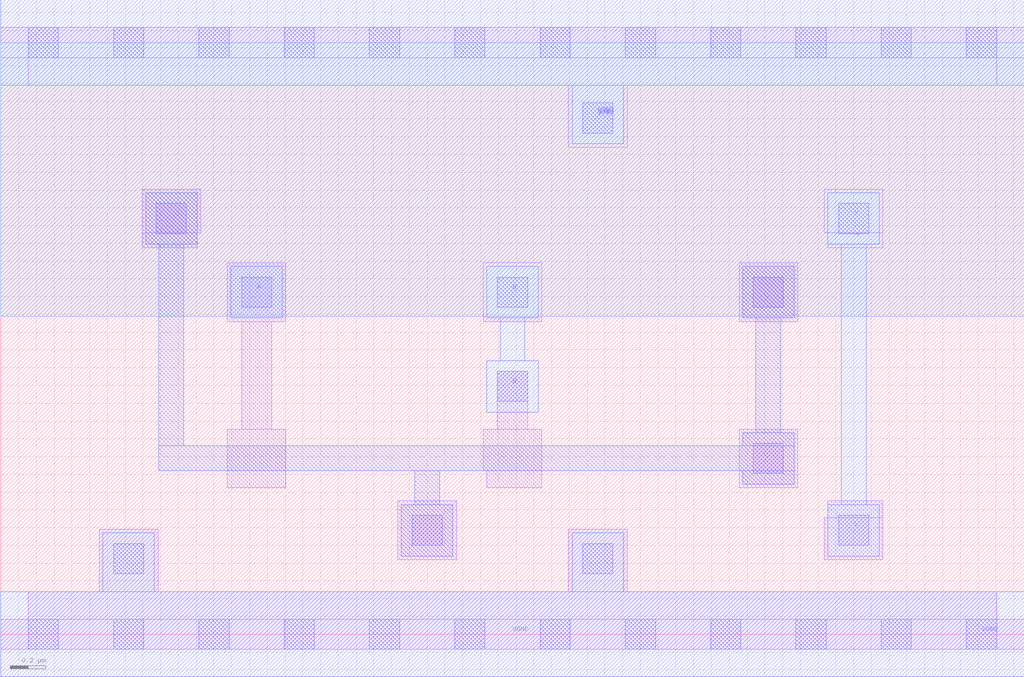
<source format=lef>
VERSION 5.7 ;
  NOWIREEXTENSIONATPIN ON ;
  DIVIDERCHAR "/" ;
  BUSBITCHARS "[]" ;
MACRO OR2X2
  CLASS CORE ;
  FOREIGN OR2X2 ;
  ORIGIN 0.000 0.000 ;
  SIZE 5.760 BY 3.330 ;
  SYMMETRY X Y ;
  SITE unit ;
  PIN A
    ANTENNAGATEAREA 0.189000 ;
    PORT
      LAYER met1 ;
        RECT 1.295 1.780 1.585 2.070 ;
    END
  END A
  PIN B
    ANTENNAGATEAREA 0.189000 ;
    PORT
      LAYER met1 ;
        RECT 2.735 1.780 3.025 2.070 ;
        RECT 2.810 1.540 2.950 1.780 ;
        RECT 2.735 1.250 3.025 1.540 ;
    END
    PORT
      LAYER li1 ;
        RECT 2.715 1.760 3.045 2.090 ;
      LAYER mcon ;
        RECT 2.795 1.840 2.965 2.010 ;
    END
  END B
  PIN VGND
    ANTENNADIFFAREA 0.873600 ;
    PORT
      LAYER met1 ;
        RECT 0.575 0.240 0.865 0.570 ;
        RECT 3.215 0.240 3.505 0.570 ;
        RECT 0.000 -0.240 5.760 0.240 ;
    END
    PORT
      LAYER li1 ;
        RECT 0.555 0.240 0.885 0.590 ;
        RECT 3.195 0.240 3.525 0.590 ;
        RECT 0.155 0.085 5.605 0.240 ;
        RECT 0.000 -0.085 5.760 0.085 ;
      LAYER mcon ;
        RECT 0.635 0.340 0.805 0.510 ;
        RECT 3.275 0.340 3.445 0.510 ;
        RECT 0.155 -0.085 0.325 0.085 ;
        RECT 0.635 -0.085 0.805 0.085 ;
        RECT 1.115 -0.085 1.285 0.085 ;
        RECT 1.595 -0.085 1.765 0.085 ;
        RECT 2.075 -0.085 2.245 0.085 ;
        RECT 2.555 -0.085 2.725 0.085 ;
        RECT 3.035 -0.085 3.205 0.085 ;
        RECT 3.515 -0.085 3.685 0.085 ;
        RECT 3.995 -0.085 4.165 0.085 ;
        RECT 4.475 -0.085 4.645 0.085 ;
        RECT 4.955 -0.085 5.125 0.085 ;
        RECT 5.435 -0.085 5.605 0.085 ;
    END
    PORT
      LAYER met1 ;
        RECT 0.000 3.090 5.760 3.570 ;
        RECT 3.215 2.760 3.505 3.090 ;
    END
  END VGND
  PIN VPWR
    ANTENNADIFFAREA 1.083600 ;
    PORT
      LAYER li1 ;
        RECT 0.000 3.245 5.760 3.415 ;
        RECT 0.155 3.090 5.605 3.245 ;
        RECT 3.195 2.740 3.525 3.090 ;
      LAYER mcon ;
        RECT 0.155 3.245 0.325 3.415 ;
        RECT 0.635 3.245 0.805 3.415 ;
        RECT 1.115 3.245 1.285 3.415 ;
        RECT 1.595 3.245 1.765 3.415 ;
        RECT 2.075 3.245 2.245 3.415 ;
        RECT 2.555 3.245 2.725 3.415 ;
        RECT 3.035 3.245 3.205 3.415 ;
        RECT 3.515 3.245 3.685 3.415 ;
        RECT 3.995 3.245 4.165 3.415 ;
        RECT 4.475 3.245 4.645 3.415 ;
        RECT 4.955 3.245 5.125 3.415 ;
        RECT 5.435 3.245 5.605 3.415 ;
        RECT 3.275 2.820 3.445 2.990 ;
    END
  END VPWR
  PIN Y
    ANTENNADIFFAREA 1.031650 ;
    PORT
      LAYER met1 ;
        RECT 4.655 2.195 4.945 2.485 ;
        RECT 4.730 0.730 4.870 2.195 ;
        RECT 4.655 0.440 4.945 0.730 ;
    END
    PORT
      LAYER li1 ;
        RECT 4.635 2.260 4.965 2.505 ;
        RECT 4.655 2.175 4.965 2.260 ;
      LAYER mcon ;
        RECT 4.715 2.255 4.885 2.425 ;
    END
  END Y
  OBS
      LAYER nwell ;
        RECT 0.000 1.790 5.760 3.330 ;
      LAYER li1 ;
        RECT 0.795 2.260 1.125 2.505 ;
        RECT 0.795 2.175 1.105 2.260 ;
        RECT 1.275 1.760 1.605 2.090 ;
        RECT 4.155 1.760 4.485 2.090 ;
        RECT 1.355 1.155 1.525 1.760 ;
        RECT 2.795 1.155 2.965 1.480 ;
        RECT 1.275 0.825 1.605 1.155 ;
        RECT 2.715 0.920 3.045 1.155 ;
        RECT 2.735 0.825 3.045 0.920 ;
        RECT 4.155 0.825 4.485 1.155 ;
        RECT 2.235 0.420 2.565 0.750 ;
        RECT 4.655 0.655 4.965 0.750 ;
        RECT 4.635 0.420 4.965 0.655 ;
      LAYER mcon ;
        RECT 0.875 2.255 1.045 2.425 ;
        RECT 1.355 1.840 1.525 2.010 ;
        RECT 4.235 1.840 4.405 2.010 ;
        RECT 2.795 1.310 2.965 1.480 ;
        RECT 4.235 0.905 4.405 1.075 ;
        RECT 2.315 0.500 2.485 0.670 ;
        RECT 4.715 0.500 4.885 0.670 ;
      LAYER met1 ;
        RECT 0.815 2.195 1.105 2.485 ;
        RECT 0.890 1.060 1.030 2.195 ;
        RECT 4.175 1.780 4.465 2.070 ;
        RECT 4.250 1.135 4.390 1.780 ;
        RECT 4.175 1.060 4.465 1.135 ;
        RECT 0.890 0.920 4.465 1.060 ;
        RECT 2.330 0.730 2.470 0.920 ;
        RECT 4.175 0.845 4.465 0.920 ;
        RECT 2.255 0.440 2.545 0.730 ;
  END
END OR2X2
END LIBRARY


</source>
